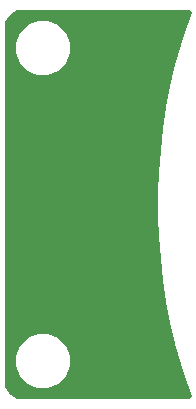
<source format=gtl>
G04*
G04 #@! TF.GenerationSoftware,Altium Limited,Altium Designer,19.1.6 (110)*
G04*
G04 Layer_Physical_Order=1*
G04 Layer_Color=255*
%FSLAX25Y25*%
%MOIN*%
G70*
G01*
G75*
G36*
X49566Y63945D02*
X48258Y60310D01*
X48242Y60235D01*
X48210Y60166D01*
X46076Y53434D01*
X46063Y53359D01*
X46033Y53288D01*
X44160Y46480D01*
X44149Y46404D01*
X44122Y46333D01*
X42511Y39458D01*
X42504Y39381D01*
X42479Y39309D01*
X41133Y32377D01*
X41129Y32300D01*
X41107Y32227D01*
X40028Y25249D01*
X40026Y25172D01*
X40007Y25098D01*
X39197Y18083D01*
X39198Y18007D01*
X39182Y17932D01*
X38641Y10891D01*
X38645Y10814D01*
X38632Y10739D01*
X38361Y3683D01*
X38368Y3607D01*
X38358Y3531D01*
Y-3531D01*
X38368Y-3607D01*
X38361Y-3683D01*
X38632Y-10739D01*
X38645Y-10814D01*
X38641Y-10891D01*
X39182Y-17932D01*
X39198Y-18007D01*
X39197Y-18083D01*
X40007Y-25098D01*
X40026Y-25172D01*
X40028Y-25249D01*
X41107Y-32227D01*
X41129Y-32300D01*
X41133Y-32377D01*
X42479Y-39309D01*
X42504Y-39381D01*
X42511Y-39458D01*
X44122Y-46333D01*
X44149Y-46404D01*
X44160Y-46480D01*
X46033Y-53288D01*
X46063Y-53359D01*
X46076Y-53434D01*
X48210Y-60166D01*
X48242Y-60235D01*
X48258Y-60310D01*
X49566Y-63945D01*
X48875Y-64926D01*
X-7468D01*
X-8602Y-64701D01*
X-9671Y-64258D01*
X-10633Y-63616D01*
X-11451Y-62798D01*
X-12093Y-61836D01*
X-12536Y-60768D01*
X-12761Y-59633D01*
Y-59055D01*
Y59055D01*
Y59633D01*
X-12536Y60768D01*
X-12093Y61836D01*
X-11451Y62798D01*
X-10633Y63616D01*
X-9671Y64258D01*
X-8602Y64701D01*
X-7468Y64926D01*
X48875D01*
X49566Y63945D01*
D02*
G37*
%LPC*%
G36*
X0Y61283D02*
X-1779Y61108D01*
X-3489Y60589D01*
X-5066Y59746D01*
X-6447Y58613D01*
X-7581Y57231D01*
X-8424Y55655D01*
X-8943Y53944D01*
X-9118Y52165D01*
X-8943Y50386D01*
X-8424Y48676D01*
X-7581Y47100D01*
X-6447Y45718D01*
X-5066Y44584D01*
X-3489Y43741D01*
X-1779Y43222D01*
X0Y43047D01*
X1779Y43222D01*
X3489Y43741D01*
X5066Y44584D01*
X6447Y45718D01*
X7581Y47100D01*
X8424Y48676D01*
X8943Y50386D01*
X9118Y52165D01*
X8943Y53944D01*
X8424Y55655D01*
X7581Y57231D01*
X6447Y58613D01*
X5066Y59746D01*
X3489Y60589D01*
X1779Y61108D01*
X0Y61283D01*
D02*
G37*
G36*
X-0Y-43047D02*
X-1779Y-43222D01*
X-3489Y-43741D01*
X-5066Y-44584D01*
X-6447Y-45718D01*
X-7581Y-47100D01*
X-8424Y-48676D01*
X-8943Y-50386D01*
X-9118Y-52165D01*
X-8943Y-53944D01*
X-8424Y-55655D01*
X-7581Y-57231D01*
X-6447Y-58613D01*
X-5066Y-59746D01*
X-3489Y-60589D01*
X-1779Y-61108D01*
X-0Y-61283D01*
X1779Y-61108D01*
X3489Y-60589D01*
X5066Y-59746D01*
X6447Y-58613D01*
X7581Y-57231D01*
X8424Y-55655D01*
X8943Y-53944D01*
X9118Y-52165D01*
X8943Y-50386D01*
X8424Y-48676D01*
X7581Y-47100D01*
X6447Y-45718D01*
X5066Y-44584D01*
X3489Y-43741D01*
X1779Y-43222D01*
X-0Y-43047D01*
D02*
G37*
%LPD*%
M02*

</source>
